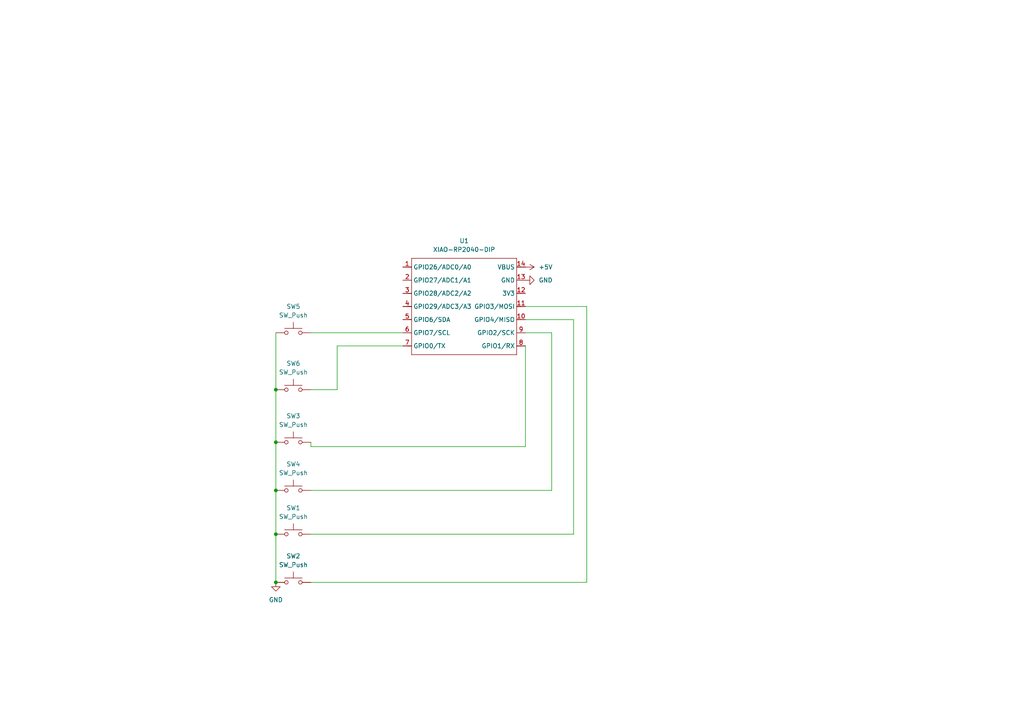
<source format=kicad_sch>
(kicad_sch
	(version 20231120)
	(generator "eeschema")
	(generator_version "8.0")
	(uuid "213afdaa-fa6e-47fc-a173-364f4db70d84")
	(paper "A4")
	(lib_symbols
		(symbol "Switch:SW_Push"
			(pin_numbers hide)
			(pin_names
				(offset 1.016) hide)
			(exclude_from_sim no)
			(in_bom yes)
			(on_board yes)
			(property "Reference" "SW"
				(at 1.27 2.54 0)
				(effects
					(font
						(size 1.27 1.27)
					)
					(justify left)
				)
			)
			(property "Value" "SW_Push"
				(at 0 -1.524 0)
				(effects
					(font
						(size 1.27 1.27)
					)
				)
			)
			(property "Footprint" ""
				(at 0 5.08 0)
				(effects
					(font
						(size 1.27 1.27)
					)
					(hide yes)
				)
			)
			(property "Datasheet" "~"
				(at 0 5.08 0)
				(effects
					(font
						(size 1.27 1.27)
					)
					(hide yes)
				)
			)
			(property "Description" "Push button switch, generic, two pins"
				(at 0 0 0)
				(effects
					(font
						(size 1.27 1.27)
					)
					(hide yes)
				)
			)
			(property "ki_keywords" "switch normally-open pushbutton push-button"
				(at 0 0 0)
				(effects
					(font
						(size 1.27 1.27)
					)
					(hide yes)
				)
			)
			(symbol "SW_Push_0_1"
				(circle
					(center -2.032 0)
					(radius 0.508)
					(stroke
						(width 0)
						(type default)
					)
					(fill
						(type none)
					)
				)
				(polyline
					(pts
						(xy 0 1.27) (xy 0 3.048)
					)
					(stroke
						(width 0)
						(type default)
					)
					(fill
						(type none)
					)
				)
				(polyline
					(pts
						(xy 2.54 1.27) (xy -2.54 1.27)
					)
					(stroke
						(width 0)
						(type default)
					)
					(fill
						(type none)
					)
				)
				(circle
					(center 2.032 0)
					(radius 0.508)
					(stroke
						(width 0)
						(type default)
					)
					(fill
						(type none)
					)
				)
				(pin passive line
					(at -5.08 0 0)
					(length 2.54)
					(name "1"
						(effects
							(font
								(size 1.27 1.27)
							)
						)
					)
					(number "1"
						(effects
							(font
								(size 1.27 1.27)
							)
						)
					)
				)
				(pin passive line
					(at 5.08 0 180)
					(length 2.54)
					(name "2"
						(effects
							(font
								(size 1.27 1.27)
							)
						)
					)
					(number "2"
						(effects
							(font
								(size 1.27 1.27)
							)
						)
					)
				)
			)
		)
		(symbol "power:+5V"
			(power)
			(pin_numbers hide)
			(pin_names
				(offset 0) hide)
			(exclude_from_sim no)
			(in_bom yes)
			(on_board yes)
			(property "Reference" "#PWR"
				(at 0 -3.81 0)
				(effects
					(font
						(size 1.27 1.27)
					)
					(hide yes)
				)
			)
			(property "Value" "+5V"
				(at 0 3.556 0)
				(effects
					(font
						(size 1.27 1.27)
					)
				)
			)
			(property "Footprint" ""
				(at 0 0 0)
				(effects
					(font
						(size 1.27 1.27)
					)
					(hide yes)
				)
			)
			(property "Datasheet" ""
				(at 0 0 0)
				(effects
					(font
						(size 1.27 1.27)
					)
					(hide yes)
				)
			)
			(property "Description" "Power symbol creates a global label with name \"+5V\""
				(at 0 0 0)
				(effects
					(font
						(size 1.27 1.27)
					)
					(hide yes)
				)
			)
			(property "ki_keywords" "global power"
				(at 0 0 0)
				(effects
					(font
						(size 1.27 1.27)
					)
					(hide yes)
				)
			)
			(symbol "+5V_0_1"
				(polyline
					(pts
						(xy -0.762 1.27) (xy 0 2.54)
					)
					(stroke
						(width 0)
						(type default)
					)
					(fill
						(type none)
					)
				)
				(polyline
					(pts
						(xy 0 0) (xy 0 2.54)
					)
					(stroke
						(width 0)
						(type default)
					)
					(fill
						(type none)
					)
				)
				(polyline
					(pts
						(xy 0 2.54) (xy 0.762 1.27)
					)
					(stroke
						(width 0)
						(type default)
					)
					(fill
						(type none)
					)
				)
			)
			(symbol "+5V_1_1"
				(pin power_in line
					(at 0 0 90)
					(length 0)
					(name "~"
						(effects
							(font
								(size 1.27 1.27)
							)
						)
					)
					(number "1"
						(effects
							(font
								(size 1.27 1.27)
							)
						)
					)
				)
			)
		)
		(symbol "power:GND"
			(power)
			(pin_numbers hide)
			(pin_names
				(offset 0) hide)
			(exclude_from_sim no)
			(in_bom yes)
			(on_board yes)
			(property "Reference" "#PWR"
				(at 0 -6.35 0)
				(effects
					(font
						(size 1.27 1.27)
					)
					(hide yes)
				)
			)
			(property "Value" "GND"
				(at 0 -3.81 0)
				(effects
					(font
						(size 1.27 1.27)
					)
				)
			)
			(property "Footprint" ""
				(at 0 0 0)
				(effects
					(font
						(size 1.27 1.27)
					)
					(hide yes)
				)
			)
			(property "Datasheet" ""
				(at 0 0 0)
				(effects
					(font
						(size 1.27 1.27)
					)
					(hide yes)
				)
			)
			(property "Description" "Power symbol creates a global label with name \"GND\" , ground"
				(at 0 0 0)
				(effects
					(font
						(size 1.27 1.27)
					)
					(hide yes)
				)
			)
			(property "ki_keywords" "global power"
				(at 0 0 0)
				(effects
					(font
						(size 1.27 1.27)
					)
					(hide yes)
				)
			)
			(symbol "GND_0_1"
				(polyline
					(pts
						(xy 0 0) (xy 0 -1.27) (xy 1.27 -1.27) (xy 0 -2.54) (xy -1.27 -1.27) (xy 0 -1.27)
					)
					(stroke
						(width 0)
						(type default)
					)
					(fill
						(type none)
					)
				)
			)
			(symbol "GND_1_1"
				(pin power_in line
					(at 0 0 270)
					(length 0)
					(name "~"
						(effects
							(font
								(size 1.27 1.27)
							)
						)
					)
					(number "1"
						(effects
							(font
								(size 1.27 1.27)
							)
						)
					)
				)
			)
		)
		(symbol "v1per_sym:XIAO-RP2040-DIP"
			(exclude_from_sim no)
			(in_bom yes)
			(on_board yes)
			(property "Reference" "U"
				(at 0 0 0)
				(effects
					(font
						(size 1.27 1.27)
					)
				)
			)
			(property "Value" "XIAO-RP2040-DIP"
				(at 5.334 -1.778 0)
				(effects
					(font
						(size 1.27 1.27)
					)
				)
			)
			(property "Footprint" "Module:MOUDLE14P-XIAO-DIP-SMD"
				(at 14.478 -32.258 0)
				(effects
					(font
						(size 1.27 1.27)
					)
					(hide yes)
				)
			)
			(property "Datasheet" ""
				(at 0 0 0)
				(effects
					(font
						(size 1.27 1.27)
					)
					(hide yes)
				)
			)
			(property "Description" ""
				(at 0 0 0)
				(effects
					(font
						(size 1.27 1.27)
					)
					(hide yes)
				)
			)
			(symbol "XIAO-RP2040-DIP_1_0"
				(polyline
					(pts
						(xy -1.27 -30.48) (xy -1.27 -16.51)
					)
					(stroke
						(width 0.1524)
						(type solid)
					)
					(fill
						(type none)
					)
				)
				(polyline
					(pts
						(xy -1.27 -27.94) (xy -2.54 -27.94)
					)
					(stroke
						(width 0.1524)
						(type solid)
					)
					(fill
						(type none)
					)
				)
				(polyline
					(pts
						(xy -1.27 -24.13) (xy -2.54 -24.13)
					)
					(stroke
						(width 0.1524)
						(type solid)
					)
					(fill
						(type none)
					)
				)
				(polyline
					(pts
						(xy -1.27 -20.32) (xy -2.54 -20.32)
					)
					(stroke
						(width 0.1524)
						(type solid)
					)
					(fill
						(type none)
					)
				)
				(polyline
					(pts
						(xy -1.27 -16.51) (xy -2.54 -16.51)
					)
					(stroke
						(width 0.1524)
						(type solid)
					)
					(fill
						(type none)
					)
				)
				(polyline
					(pts
						(xy -1.27 -16.51) (xy -1.27 -12.7)
					)
					(stroke
						(width 0.1524)
						(type solid)
					)
					(fill
						(type none)
					)
				)
				(polyline
					(pts
						(xy -1.27 -12.7) (xy -2.54 -12.7)
					)
					(stroke
						(width 0.1524)
						(type solid)
					)
					(fill
						(type none)
					)
				)
				(polyline
					(pts
						(xy -1.27 -12.7) (xy -1.27 -8.89)
					)
					(stroke
						(width 0.1524)
						(type solid)
					)
					(fill
						(type none)
					)
				)
				(polyline
					(pts
						(xy -1.27 -8.89) (xy -2.54 -8.89)
					)
					(stroke
						(width 0.1524)
						(type solid)
					)
					(fill
						(type none)
					)
				)
				(polyline
					(pts
						(xy -1.27 -8.89) (xy -1.27 -5.08)
					)
					(stroke
						(width 0.1524)
						(type solid)
					)
					(fill
						(type none)
					)
				)
				(polyline
					(pts
						(xy -1.27 -5.08) (xy -2.54 -5.08)
					)
					(stroke
						(width 0.1524)
						(type solid)
					)
					(fill
						(type none)
					)
				)
				(polyline
					(pts
						(xy -1.27 -5.08) (xy -1.27 -2.54)
					)
					(stroke
						(width 0.1524)
						(type solid)
					)
					(fill
						(type none)
					)
				)
				(polyline
					(pts
						(xy -1.27 -2.54) (xy 29.21 -2.54)
					)
					(stroke
						(width 0.1524)
						(type solid)
					)
					(fill
						(type none)
					)
				)
				(polyline
					(pts
						(xy 29.21 -30.48) (xy -1.27 -30.48)
					)
					(stroke
						(width 0.1524)
						(type solid)
					)
					(fill
						(type none)
					)
				)
				(polyline
					(pts
						(xy 29.21 -12.7) (xy 29.21 -30.48)
					)
					(stroke
						(width 0.1524)
						(type solid)
					)
					(fill
						(type none)
					)
				)
				(polyline
					(pts
						(xy 29.21 -8.89) (xy 29.21 -12.7)
					)
					(stroke
						(width 0.1524)
						(type solid)
					)
					(fill
						(type none)
					)
				)
				(polyline
					(pts
						(xy 29.21 -5.08) (xy 29.21 -8.89)
					)
					(stroke
						(width 0.1524)
						(type solid)
					)
					(fill
						(type none)
					)
				)
				(polyline
					(pts
						(xy 29.21 -2.54) (xy 29.21 -5.08)
					)
					(stroke
						(width 0.1524)
						(type solid)
					)
					(fill
						(type none)
					)
				)
				(polyline
					(pts
						(xy 30.48 -27.94) (xy 29.21 -27.94)
					)
					(stroke
						(width 0.1524)
						(type solid)
					)
					(fill
						(type none)
					)
				)
				(polyline
					(pts
						(xy 30.48 -24.13) (xy 29.21 -24.13)
					)
					(stroke
						(width 0.1524)
						(type solid)
					)
					(fill
						(type none)
					)
				)
				(polyline
					(pts
						(xy 30.48 -20.32) (xy 29.21 -20.32)
					)
					(stroke
						(width 0.1524)
						(type solid)
					)
					(fill
						(type none)
					)
				)
				(polyline
					(pts
						(xy 30.48 -16.51) (xy 29.21 -16.51)
					)
					(stroke
						(width 0.1524)
						(type solid)
					)
					(fill
						(type none)
					)
				)
				(polyline
					(pts
						(xy 30.48 -12.7) (xy 29.21 -12.7)
					)
					(stroke
						(width 0.1524)
						(type solid)
					)
					(fill
						(type none)
					)
				)
				(polyline
					(pts
						(xy 30.48 -8.89) (xy 29.21 -8.89)
					)
					(stroke
						(width 0.1524)
						(type solid)
					)
					(fill
						(type none)
					)
				)
				(polyline
					(pts
						(xy 30.48 -5.08) (xy 29.21 -5.08)
					)
					(stroke
						(width 0.1524)
						(type solid)
					)
					(fill
						(type none)
					)
				)
				(pin passive line
					(at -3.81 -5.08 0)
					(length 2.54)
					(name "GPIO26/ADC0/A0"
						(effects
							(font
								(size 1.27 1.27)
							)
						)
					)
					(number "1"
						(effects
							(font
								(size 1.27 1.27)
							)
						)
					)
				)
				(pin passive line
					(at 31.75 -20.32 180)
					(length 2.54)
					(name "GPIO4/MISO"
						(effects
							(font
								(size 1.27 1.27)
							)
						)
					)
					(number "10"
						(effects
							(font
								(size 1.27 1.27)
							)
						)
					)
				)
				(pin passive line
					(at 31.75 -16.51 180)
					(length 2.54)
					(name "GPIO3/MOSI"
						(effects
							(font
								(size 1.27 1.27)
							)
						)
					)
					(number "11"
						(effects
							(font
								(size 1.27 1.27)
							)
						)
					)
				)
				(pin passive line
					(at 31.75 -12.7 180)
					(length 2.54)
					(name "3V3"
						(effects
							(font
								(size 1.27 1.27)
							)
						)
					)
					(number "12"
						(effects
							(font
								(size 1.27 1.27)
							)
						)
					)
				)
				(pin passive line
					(at 31.75 -8.89 180)
					(length 2.54)
					(name "GND"
						(effects
							(font
								(size 1.27 1.27)
							)
						)
					)
					(number "13"
						(effects
							(font
								(size 1.27 1.27)
							)
						)
					)
				)
				(pin passive line
					(at 31.75 -5.08 180)
					(length 2.54)
					(name "VBUS"
						(effects
							(font
								(size 1.27 1.27)
							)
						)
					)
					(number "14"
						(effects
							(font
								(size 1.27 1.27)
							)
						)
					)
				)
				(pin passive line
					(at -3.81 -8.89 0)
					(length 2.54)
					(name "GPIO27/ADC1/A1"
						(effects
							(font
								(size 1.27 1.27)
							)
						)
					)
					(number "2"
						(effects
							(font
								(size 1.27 1.27)
							)
						)
					)
				)
				(pin passive line
					(at -3.81 -12.7 0)
					(length 2.54)
					(name "GPIO28/ADC2/A2"
						(effects
							(font
								(size 1.27 1.27)
							)
						)
					)
					(number "3"
						(effects
							(font
								(size 1.27 1.27)
							)
						)
					)
				)
				(pin passive line
					(at -3.81 -16.51 0)
					(length 2.54)
					(name "GPIO29/ADC3/A3"
						(effects
							(font
								(size 1.27 1.27)
							)
						)
					)
					(number "4"
						(effects
							(font
								(size 1.27 1.27)
							)
						)
					)
				)
				(pin passive line
					(at -3.81 -20.32 0)
					(length 2.54)
					(name "GPIO6/SDA"
						(effects
							(font
								(size 1.27 1.27)
							)
						)
					)
					(number "5"
						(effects
							(font
								(size 1.27 1.27)
							)
						)
					)
				)
				(pin passive line
					(at -3.81 -24.13 0)
					(length 2.54)
					(name "GPIO7/SCL"
						(effects
							(font
								(size 1.27 1.27)
							)
						)
					)
					(number "6"
						(effects
							(font
								(size 1.27 1.27)
							)
						)
					)
				)
				(pin passive line
					(at -3.81 -27.94 0)
					(length 2.54)
					(name "GPIO0/TX"
						(effects
							(font
								(size 1.27 1.27)
							)
						)
					)
					(number "7"
						(effects
							(font
								(size 1.27 1.27)
							)
						)
					)
				)
				(pin passive line
					(at 31.75 -27.94 180)
					(length 2.54)
					(name "GPIO1/RX"
						(effects
							(font
								(size 1.27 1.27)
							)
						)
					)
					(number "8"
						(effects
							(font
								(size 1.27 1.27)
							)
						)
					)
				)
				(pin passive line
					(at 31.75 -24.13 180)
					(length 2.54)
					(name "GPIO2/SCK"
						(effects
							(font
								(size 1.27 1.27)
							)
						)
					)
					(number "9"
						(effects
							(font
								(size 1.27 1.27)
							)
						)
					)
				)
			)
		)
	)
	(junction
		(at 80.01 128.27)
		(diameter 0)
		(color 0 0 0 0)
		(uuid "27fe1cdb-e45f-45af-87c3-84111834a4fa")
	)
	(junction
		(at 80.01 154.94)
		(diameter 0)
		(color 0 0 0 0)
		(uuid "3179456e-0a40-46b4-835f-c447c23d550b")
	)
	(junction
		(at 80.01 168.91)
		(diameter 0)
		(color 0 0 0 0)
		(uuid "8a049ba7-83eb-4450-a618-1728691eb731")
	)
	(junction
		(at 80.01 142.24)
		(diameter 0)
		(color 0 0 0 0)
		(uuid "9bebd578-03df-49ad-9bab-5e5a683efc22")
	)
	(junction
		(at 80.01 113.03)
		(diameter 0)
		(color 0 0 0 0)
		(uuid "ee7c9b53-3da6-45fa-86dc-b6469e2e5858")
	)
	(wire
		(pts
			(xy 170.18 168.91) (xy 90.17 168.91)
		)
		(stroke
			(width 0)
			(type default)
		)
		(uuid "01b0fc0b-b9a8-4c6a-a712-6047b793a7e5")
	)
	(wire
		(pts
			(xy 97.79 113.03) (xy 90.17 113.03)
		)
		(stroke
			(width 0)
			(type default)
		)
		(uuid "0260cb77-852e-491f-bd99-3298fe536060")
	)
	(wire
		(pts
			(xy 152.4 92.71) (xy 166.37 92.71)
		)
		(stroke
			(width 0)
			(type default)
		)
		(uuid "0a4fbf14-031e-4d14-8704-ec939eb8ffb4")
	)
	(wire
		(pts
			(xy 80.01 142.24) (xy 80.01 154.94)
		)
		(stroke
			(width 0)
			(type default)
		)
		(uuid "0e1fbb56-2985-408b-9884-b3b5ade27e5c")
	)
	(wire
		(pts
			(xy 152.4 96.52) (xy 160.02 96.52)
		)
		(stroke
			(width 0)
			(type default)
		)
		(uuid "23775c3f-3ce7-46e9-b55a-d22ab7e7f65a")
	)
	(wire
		(pts
			(xy 152.4 100.33) (xy 152.4 129.54)
		)
		(stroke
			(width 0)
			(type default)
		)
		(uuid "2414bd9a-ecb2-4c28-9933-d2423d562362")
	)
	(wire
		(pts
			(xy 90.17 96.52) (xy 116.84 96.52)
		)
		(stroke
			(width 0)
			(type default)
		)
		(uuid "3684cc4a-85e5-4f6b-8927-5b3a5c973587")
	)
	(wire
		(pts
			(xy 152.4 129.54) (xy 90.17 129.54)
		)
		(stroke
			(width 0)
			(type default)
		)
		(uuid "4c17343d-fcac-4cb1-826a-00a31248640b")
	)
	(wire
		(pts
			(xy 160.02 96.52) (xy 160.02 142.24)
		)
		(stroke
			(width 0)
			(type default)
		)
		(uuid "5b209a19-507e-432e-b6ee-9497c7118d1e")
	)
	(wire
		(pts
			(xy 80.01 154.94) (xy 80.01 168.91)
		)
		(stroke
			(width 0)
			(type default)
		)
		(uuid "78d19cf7-0a3f-4afa-aba5-ce475bd92c73")
	)
	(wire
		(pts
			(xy 80.01 96.52) (xy 80.01 113.03)
		)
		(stroke
			(width 0)
			(type default)
		)
		(uuid "800ffb84-fe54-4055-82e2-cf14a647101a")
	)
	(wire
		(pts
			(xy 90.17 154.94) (xy 166.37 154.94)
		)
		(stroke
			(width 0)
			(type default)
		)
		(uuid "85d6774f-a36c-4323-ad20-518f7cb5a801")
	)
	(wire
		(pts
			(xy 80.01 128.27) (xy 80.01 142.24)
		)
		(stroke
			(width 0)
			(type default)
		)
		(uuid "91fd82d7-00f5-4c06-a0cf-9adcd8246c3a")
	)
	(wire
		(pts
			(xy 160.02 142.24) (xy 90.17 142.24)
		)
		(stroke
			(width 0)
			(type default)
		)
		(uuid "99ee716a-b9e0-4ce7-b021-c543667072fe")
	)
	(wire
		(pts
			(xy 166.37 92.71) (xy 166.37 154.94)
		)
		(stroke
			(width 0)
			(type default)
		)
		(uuid "aa8e0464-1bec-4b3d-8b09-d49025b06a4f")
	)
	(wire
		(pts
			(xy 152.4 88.9) (xy 170.18 88.9)
		)
		(stroke
			(width 0)
			(type default)
		)
		(uuid "b34effe3-7243-44ba-8685-0407e388d85c")
	)
	(wire
		(pts
			(xy 97.79 100.33) (xy 97.79 113.03)
		)
		(stroke
			(width 0)
			(type default)
		)
		(uuid "b572d521-4428-46f7-b27b-e94f53dc931f")
	)
	(wire
		(pts
			(xy 170.18 88.9) (xy 170.18 168.91)
		)
		(stroke
			(width 0)
			(type default)
		)
		(uuid "cbb6cb7c-73eb-4c50-b9e6-853c308bf223")
	)
	(wire
		(pts
			(xy 116.84 100.33) (xy 97.79 100.33)
		)
		(stroke
			(width 0)
			(type default)
		)
		(uuid "df9c82c1-4cc9-4a01-9432-cc992b51983d")
	)
	(wire
		(pts
			(xy 80.01 113.03) (xy 80.01 128.27)
		)
		(stroke
			(width 0)
			(type default)
		)
		(uuid "f29b4d01-25cb-4b34-8c82-d9eed4b28d90")
	)
	(wire
		(pts
			(xy 90.17 129.54) (xy 90.17 128.27)
		)
		(stroke
			(width 0)
			(type default)
		)
		(uuid "f52fb185-2dcf-4172-8c70-c69e2f5ca001")
	)
	(symbol
		(lib_id "power:GND")
		(at 80.01 168.91 0)
		(unit 1)
		(exclude_from_sim no)
		(in_bom yes)
		(on_board yes)
		(dnp no)
		(fields_autoplaced yes)
		(uuid "035e4c6d-110b-479e-9117-c7d0ebafe8f7")
		(property "Reference" "#PWR02"
			(at 80.01 175.26 0)
			(effects
				(font
					(size 1.27 1.27)
				)
				(hide yes)
			)
		)
		(property "Value" "GND"
			(at 80.01 173.99 0)
			(effects
				(font
					(size 1.27 1.27)
				)
			)
		)
		(property "Footprint" ""
			(at 80.01 168.91 0)
			(effects
				(font
					(size 1.27 1.27)
				)
				(hide yes)
			)
		)
		(property "Datasheet" ""
			(at 80.01 168.91 0)
			(effects
				(font
					(size 1.27 1.27)
				)
				(hide yes)
			)
		)
		(property "Description" "Power symbol creates a global label with name \"GND\" , ground"
			(at 80.01 168.91 0)
			(effects
				(font
					(size 1.27 1.27)
				)
				(hide yes)
			)
		)
		(pin "1"
			(uuid "dddb3244-d490-4938-abf6-5e61f5742b80")
		)
		(instances
			(project ""
				(path "/213afdaa-fa6e-47fc-a173-364f4db70d84"
					(reference "#PWR02")
					(unit 1)
				)
			)
		)
	)
	(symbol
		(lib_id "Switch:SW_Push")
		(at 85.09 168.91 0)
		(unit 1)
		(exclude_from_sim no)
		(in_bom yes)
		(on_board yes)
		(dnp no)
		(fields_autoplaced yes)
		(uuid "0433c277-6e65-48fa-9c0a-2f744870afcc")
		(property "Reference" "SW2"
			(at 85.09 161.29 0)
			(effects
				(font
					(size 1.27 1.27)
				)
			)
		)
		(property "Value" "SW_Push"
			(at 85.09 163.83 0)
			(effects
				(font
					(size 1.27 1.27)
				)
			)
		)
		(property "Footprint" "Library:SW_Cherry_MX_1.00u_PCB"
			(at 85.09 163.83 0)
			(effects
				(font
					(size 1.27 1.27)
				)
				(hide yes)
			)
		)
		(property "Datasheet" "~"
			(at 85.09 163.83 0)
			(effects
				(font
					(size 1.27 1.27)
				)
				(hide yes)
			)
		)
		(property "Description" "Push button switch, generic, two pins"
			(at 85.09 168.91 0)
			(effects
				(font
					(size 1.27 1.27)
				)
				(hide yes)
			)
		)
		(pin "2"
			(uuid "e0efb4ae-2fa3-4054-b39a-1b56ad1cd8cb")
		)
		(pin "1"
			(uuid "fe646500-a462-4f36-abb8-1aca1caa056c")
		)
		(instances
			(project "v1perkeeb"
				(path "/213afdaa-fa6e-47fc-a173-364f4db70d84"
					(reference "SW2")
					(unit 1)
				)
			)
		)
	)
	(symbol
		(lib_id "v1per_sym:XIAO-RP2040-DIP")
		(at 120.65 72.39 0)
		(unit 1)
		(exclude_from_sim no)
		(in_bom yes)
		(on_board yes)
		(dnp no)
		(fields_autoplaced yes)
		(uuid "052e8d90-008d-49f4-8b2b-1e1faa78dedb")
		(property "Reference" "U1"
			(at 134.62 69.85 0)
			(effects
				(font
					(size 1.27 1.27)
				)
			)
		)
		(property "Value" "XIAO-RP2040-DIP"
			(at 134.62 72.39 0)
			(effects
				(font
					(size 1.27 1.27)
				)
			)
		)
		(property "Footprint" "v1per_foot:XIAO-RP2040-DIP"
			(at 135.128 104.648 0)
			(effects
				(font
					(size 1.27 1.27)
				)
				(hide yes)
			)
		)
		(property "Datasheet" ""
			(at 120.65 72.39 0)
			(effects
				(font
					(size 1.27 1.27)
				)
				(hide yes)
			)
		)
		(property "Description" ""
			(at 120.65 72.39 0)
			(effects
				(font
					(size 1.27 1.27)
				)
				(hide yes)
			)
		)
		(pin "2"
			(uuid "55da357c-9ccd-4aa7-858d-589d42184282")
		)
		(pin "10"
			(uuid "979217fe-bafe-4406-9a06-bdda8a86f6d4")
		)
		(pin "14"
			(uuid "4a6f4851-e02e-4968-8acd-6ee1e3526d66")
		)
		(pin "5"
			(uuid "d223d65e-a130-4d27-a86d-9f2497cb4ff0")
		)
		(pin "6"
			(uuid "30c576bf-4483-4df6-bd75-a337de12f314")
		)
		(pin "4"
			(uuid "e9b4df5f-3ccb-4e49-a35f-936d56ead548")
		)
		(pin "13"
			(uuid "ba63764c-f378-4b76-9af6-90dea419944b")
		)
		(pin "7"
			(uuid "841b1dd2-8431-4dd8-832b-edf064a5ccea")
		)
		(pin "12"
			(uuid "e622b79f-3e5a-4007-aa5a-08a0842f5d92")
		)
		(pin "11"
			(uuid "d5119cd1-fe4e-45c0-9955-d88cc4518f16")
		)
		(pin "3"
			(uuid "0e8b783d-831e-456e-b85a-f421245a107e")
		)
		(pin "1"
			(uuid "1fb42f9b-03d0-4755-910a-92d4674b1657")
		)
		(pin "8"
			(uuid "b621059c-60c1-43d9-bd5a-7db8f79e31d8")
		)
		(pin "9"
			(uuid "21430788-0db6-4602-bf8a-e1af5e2f06fb")
		)
		(instances
			(project ""
				(path "/213afdaa-fa6e-47fc-a173-364f4db70d84"
					(reference "U1")
					(unit 1)
				)
			)
		)
	)
	(symbol
		(lib_id "Switch:SW_Push")
		(at 85.09 113.03 0)
		(unit 1)
		(exclude_from_sim no)
		(in_bom yes)
		(on_board yes)
		(dnp no)
		(fields_autoplaced yes)
		(uuid "1d8a23ab-55a0-463e-83af-5ace86d2b255")
		(property "Reference" "SW6"
			(at 85.09 105.41 0)
			(effects
				(font
					(size 1.27 1.27)
				)
			)
		)
		(property "Value" "SW_Push"
			(at 85.09 107.95 0)
			(effects
				(font
					(size 1.27 1.27)
				)
			)
		)
		(property "Footprint" "Library:SW_Cherry_MX_1.00u_PCB"
			(at 85.09 107.95 0)
			(effects
				(font
					(size 1.27 1.27)
				)
				(hide yes)
			)
		)
		(property "Datasheet" "~"
			(at 85.09 107.95 0)
			(effects
				(font
					(size 1.27 1.27)
				)
				(hide yes)
			)
		)
		(property "Description" "Push button switch, generic, two pins"
			(at 85.09 113.03 0)
			(effects
				(font
					(size 1.27 1.27)
				)
				(hide yes)
			)
		)
		(pin "2"
			(uuid "2f67270a-da17-4022-9f1f-4313f246981c")
		)
		(pin "1"
			(uuid "b8441d03-26a0-4d5f-9bff-2ed72559f6fb")
		)
		(instances
			(project "v1perkeeb"
				(path "/213afdaa-fa6e-47fc-a173-364f4db70d84"
					(reference "SW6")
					(unit 1)
				)
			)
		)
	)
	(symbol
		(lib_id "Switch:SW_Push")
		(at 85.09 128.27 0)
		(unit 1)
		(exclude_from_sim no)
		(in_bom yes)
		(on_board yes)
		(dnp no)
		(fields_autoplaced yes)
		(uuid "2cfc79c9-4c2b-4063-a4ad-e12a409489aa")
		(property "Reference" "SW3"
			(at 85.09 120.65 0)
			(effects
				(font
					(size 1.27 1.27)
				)
			)
		)
		(property "Value" "SW_Push"
			(at 85.09 123.19 0)
			(effects
				(font
					(size 1.27 1.27)
				)
			)
		)
		(property "Footprint" "Library:SW_Cherry_MX_1.00u_PCB"
			(at 85.09 123.19 0)
			(effects
				(font
					(size 1.27 1.27)
				)
				(hide yes)
			)
		)
		(property "Datasheet" "~"
			(at 85.09 123.19 0)
			(effects
				(font
					(size 1.27 1.27)
				)
				(hide yes)
			)
		)
		(property "Description" "Push button switch, generic, two pins"
			(at 85.09 128.27 0)
			(effects
				(font
					(size 1.27 1.27)
				)
				(hide yes)
			)
		)
		(pin "2"
			(uuid "eaa1db46-708d-445e-9697-64276fd757f1")
		)
		(pin "1"
			(uuid "e4274eac-5ab9-40b1-83ac-f1d34ced6c4a")
		)
		(instances
			(project "v1perkeeb"
				(path "/213afdaa-fa6e-47fc-a173-364f4db70d84"
					(reference "SW3")
					(unit 1)
				)
			)
		)
	)
	(symbol
		(lib_id "Switch:SW_Push")
		(at 85.09 96.52 0)
		(unit 1)
		(exclude_from_sim no)
		(in_bom yes)
		(on_board yes)
		(dnp no)
		(fields_autoplaced yes)
		(uuid "62ce548d-f818-4b6e-b5c2-694c7bdebf8c")
		(property "Reference" "SW5"
			(at 85.09 88.9 0)
			(effects
				(font
					(size 1.27 1.27)
				)
			)
		)
		(property "Value" "SW_Push"
			(at 85.09 91.44 0)
			(effects
				(font
					(size 1.27 1.27)
				)
			)
		)
		(property "Footprint" "Library:SW_Cherry_MX_1.00u_PCB"
			(at 85.09 91.44 0)
			(effects
				(font
					(size 1.27 1.27)
				)
				(hide yes)
			)
		)
		(property "Datasheet" "~"
			(at 85.09 91.44 0)
			(effects
				(font
					(size 1.27 1.27)
				)
				(hide yes)
			)
		)
		(property "Description" "Push button switch, generic, two pins"
			(at 85.09 96.52 0)
			(effects
				(font
					(size 1.27 1.27)
				)
				(hide yes)
			)
		)
		(pin "2"
			(uuid "1941028d-4ae6-4786-b9ea-4d1b9ee6cb3d")
		)
		(pin "1"
			(uuid "9ebb0275-c94d-4cd7-a119-2d09cb4c101b")
		)
		(instances
			(project "v1perkeeb"
				(path "/213afdaa-fa6e-47fc-a173-364f4db70d84"
					(reference "SW5")
					(unit 1)
				)
			)
		)
	)
	(symbol
		(lib_id "power:GND")
		(at 152.4 81.28 90)
		(unit 1)
		(exclude_from_sim no)
		(in_bom yes)
		(on_board yes)
		(dnp no)
		(fields_autoplaced yes)
		(uuid "8a3b4de0-9695-4f1e-b5a8-84f8d7ac727e")
		(property "Reference" "#PWR04"
			(at 158.75 81.28 0)
			(effects
				(font
					(size 1.27 1.27)
				)
				(hide yes)
			)
		)
		(property "Value" "GND"
			(at 156.21 81.2799 90)
			(effects
				(font
					(size 1.27 1.27)
				)
				(justify right)
			)
		)
		(property "Footprint" ""
			(at 152.4 81.28 0)
			(effects
				(font
					(size 1.27 1.27)
				)
				(hide yes)
			)
		)
		(property "Datasheet" ""
			(at 152.4 81.28 0)
			(effects
				(font
					(size 1.27 1.27)
				)
				(hide yes)
			)
		)
		(property "Description" "Power symbol creates a global label with name \"GND\" , ground"
			(at 152.4 81.28 0)
			(effects
				(font
					(size 1.27 1.27)
				)
				(hide yes)
			)
		)
		(pin "1"
			(uuid "390b46f8-07a5-4ded-8840-500d89c371b0")
		)
		(instances
			(project ""
				(path "/213afdaa-fa6e-47fc-a173-364f4db70d84"
					(reference "#PWR04")
					(unit 1)
				)
			)
		)
	)
	(symbol
		(lib_id "power:+5V")
		(at 152.4 77.47 270)
		(unit 1)
		(exclude_from_sim no)
		(in_bom yes)
		(on_board yes)
		(dnp no)
		(fields_autoplaced yes)
		(uuid "ba9dac08-f646-4a21-a16b-eaadd75cf959")
		(property "Reference" "#PWR05"
			(at 148.59 77.47 0)
			(effects
				(font
					(size 1.27 1.27)
				)
				(hide yes)
			)
		)
		(property "Value" "+5V"
			(at 156.21 77.4699 90)
			(effects
				(font
					(size 1.27 1.27)
				)
				(justify left)
			)
		)
		(property "Footprint" ""
			(at 152.4 77.47 0)
			(effects
				(font
					(size 1.27 1.27)
				)
				(hide yes)
			)
		)
		(property "Datasheet" ""
			(at 152.4 77.47 0)
			(effects
				(font
					(size 1.27 1.27)
				)
				(hide yes)
			)
		)
		(property "Description" "Power symbol creates a global label with name \"+5V\""
			(at 152.4 77.47 0)
			(effects
				(font
					(size 1.27 1.27)
				)
				(hide yes)
			)
		)
		(pin "1"
			(uuid "565bc319-8167-477d-ac6d-be18ad6a63d2")
		)
		(instances
			(project ""
				(path "/213afdaa-fa6e-47fc-a173-364f4db70d84"
					(reference "#PWR05")
					(unit 1)
				)
			)
		)
	)
	(symbol
		(lib_id "Switch:SW_Push")
		(at 85.09 154.94 0)
		(unit 1)
		(exclude_from_sim no)
		(in_bom yes)
		(on_board yes)
		(dnp no)
		(fields_autoplaced yes)
		(uuid "de112397-6cec-49af-bcf1-612b46952dfe")
		(property "Reference" "SW1"
			(at 85.09 147.32 0)
			(effects
				(font
					(size 1.27 1.27)
				)
			)
		)
		(property "Value" "SW_Push"
			(at 85.09 149.86 0)
			(effects
				(font
					(size 1.27 1.27)
				)
			)
		)
		(property "Footprint" "Library:SW_Cherry_MX_1.00u_PCB"
			(at 85.09 149.86 0)
			(effects
				(font
					(size 1.27 1.27)
				)
				(hide yes)
			)
		)
		(property "Datasheet" "~"
			(at 85.09 149.86 0)
			(effects
				(font
					(size 1.27 1.27)
				)
				(hide yes)
			)
		)
		(property "Description" "Push button switch, generic, two pins"
			(at 85.09 154.94 0)
			(effects
				(font
					(size 1.27 1.27)
				)
				(hide yes)
			)
		)
		(pin "2"
			(uuid "6d1653fb-1ff9-4485-acad-4c742508caf4")
		)
		(pin "1"
			(uuid "e44513d5-f4cc-4215-af91-9aad0df15842")
		)
		(instances
			(project ""
				(path "/213afdaa-fa6e-47fc-a173-364f4db70d84"
					(reference "SW1")
					(unit 1)
				)
			)
		)
	)
	(symbol
		(lib_id "Switch:SW_Push")
		(at 85.09 142.24 0)
		(unit 1)
		(exclude_from_sim no)
		(in_bom yes)
		(on_board yes)
		(dnp no)
		(fields_autoplaced yes)
		(uuid "fe35601c-ceca-486d-9642-2582c088987e")
		(property "Reference" "SW4"
			(at 85.09 134.62 0)
			(effects
				(font
					(size 1.27 1.27)
				)
			)
		)
		(property "Value" "SW_Push"
			(at 85.09 137.16 0)
			(effects
				(font
					(size 1.27 1.27)
				)
			)
		)
		(property "Footprint" "Library:SW_Cherry_MX_1.00u_PCB"
			(at 85.09 137.16 0)
			(effects
				(font
					(size 1.27 1.27)
				)
				(hide yes)
			)
		)
		(property "Datasheet" "~"
			(at 85.09 137.16 0)
			(effects
				(font
					(size 1.27 1.27)
				)
				(hide yes)
			)
		)
		(property "Description" "Push button switch, generic, two pins"
			(at 85.09 142.24 0)
			(effects
				(font
					(size 1.27 1.27)
				)
				(hide yes)
			)
		)
		(pin "2"
			(uuid "d2e67265-6355-4389-be51-b439abffaa2e")
		)
		(pin "1"
			(uuid "1243d900-1582-4d13-a0fb-e08c626abba0")
		)
		(instances
			(project "v1perkeeb"
				(path "/213afdaa-fa6e-47fc-a173-364f4db70d84"
					(reference "SW4")
					(unit 1)
				)
			)
		)
	)
	(sheet_instances
		(path "/"
			(page "1")
		)
	)
)

</source>
